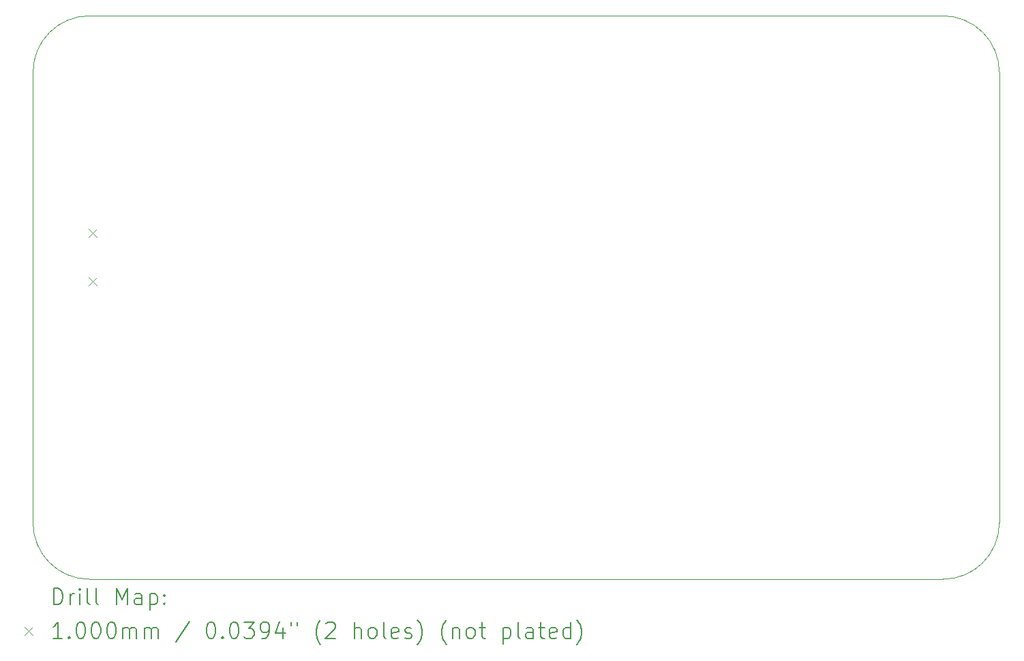
<source format=gbr>
%TF.GenerationSoftware,KiCad,Pcbnew,8.0.4*%
%TF.CreationDate,2024-08-09T15:48:06+02:00*%
%TF.ProjectId,ELE0124CL_power_boost,454c4530-3132-4344-934c-5f706f776572,1.0*%
%TF.SameCoordinates,Original*%
%TF.FileFunction,Drillmap*%
%TF.FilePolarity,Positive*%
%FSLAX45Y45*%
G04 Gerber Fmt 4.5, Leading zero omitted, Abs format (unit mm)*
G04 Created by KiCad (PCBNEW 8.0.4) date 2024-08-09 15:48:06*
%MOMM*%
%LPD*%
G01*
G04 APERTURE LIST*
%ADD10C,0.050000*%
%ADD11C,0.200000*%
%ADD12C,0.100000*%
G04 APERTURE END LIST*
D10*
X7700000Y-13000000D02*
G75*
G02*
X7000000Y-12300000I0J700000D01*
G01*
X7000000Y-6700000D02*
X7000000Y-12300000D01*
X7700000Y-13000000D02*
X18300000Y-13000000D01*
X18300000Y-6000000D02*
X7700000Y-6000000D01*
X18300000Y-6000000D02*
G75*
G02*
X19000000Y-6700000I0J-700000D01*
G01*
X19000000Y-12300000D02*
G75*
G02*
X18300000Y-13000000I-700000J0D01*
G01*
X7000000Y-6700000D02*
G75*
G02*
X7700000Y-6000000I700000J0D01*
G01*
X19000000Y-12300000D02*
X19000000Y-6700000D01*
D11*
D12*
X7694000Y-8650000D02*
X7794000Y-8750000D01*
X7794000Y-8650000D02*
X7694000Y-8750000D01*
X7694000Y-9250000D02*
X7794000Y-9350000D01*
X7794000Y-9250000D02*
X7694000Y-9350000D01*
D11*
X7258277Y-13313984D02*
X7258277Y-13113984D01*
X7258277Y-13113984D02*
X7305896Y-13113984D01*
X7305896Y-13113984D02*
X7334467Y-13123508D01*
X7334467Y-13123508D02*
X7353515Y-13142555D01*
X7353515Y-13142555D02*
X7363039Y-13161603D01*
X7363039Y-13161603D02*
X7372562Y-13199698D01*
X7372562Y-13199698D02*
X7372562Y-13228269D01*
X7372562Y-13228269D02*
X7363039Y-13266365D01*
X7363039Y-13266365D02*
X7353515Y-13285412D01*
X7353515Y-13285412D02*
X7334467Y-13304460D01*
X7334467Y-13304460D02*
X7305896Y-13313984D01*
X7305896Y-13313984D02*
X7258277Y-13313984D01*
X7458277Y-13313984D02*
X7458277Y-13180650D01*
X7458277Y-13218746D02*
X7467801Y-13199698D01*
X7467801Y-13199698D02*
X7477324Y-13190174D01*
X7477324Y-13190174D02*
X7496372Y-13180650D01*
X7496372Y-13180650D02*
X7515420Y-13180650D01*
X7582086Y-13313984D02*
X7582086Y-13180650D01*
X7582086Y-13113984D02*
X7572562Y-13123508D01*
X7572562Y-13123508D02*
X7582086Y-13133031D01*
X7582086Y-13133031D02*
X7591610Y-13123508D01*
X7591610Y-13123508D02*
X7582086Y-13113984D01*
X7582086Y-13113984D02*
X7582086Y-13133031D01*
X7705896Y-13313984D02*
X7686848Y-13304460D01*
X7686848Y-13304460D02*
X7677324Y-13285412D01*
X7677324Y-13285412D02*
X7677324Y-13113984D01*
X7810658Y-13313984D02*
X7791610Y-13304460D01*
X7791610Y-13304460D02*
X7782086Y-13285412D01*
X7782086Y-13285412D02*
X7782086Y-13113984D01*
X8039229Y-13313984D02*
X8039229Y-13113984D01*
X8039229Y-13113984D02*
X8105896Y-13256841D01*
X8105896Y-13256841D02*
X8172562Y-13113984D01*
X8172562Y-13113984D02*
X8172562Y-13313984D01*
X8353515Y-13313984D02*
X8353515Y-13209222D01*
X8353515Y-13209222D02*
X8343991Y-13190174D01*
X8343991Y-13190174D02*
X8324943Y-13180650D01*
X8324943Y-13180650D02*
X8286848Y-13180650D01*
X8286848Y-13180650D02*
X8267801Y-13190174D01*
X8353515Y-13304460D02*
X8334467Y-13313984D01*
X8334467Y-13313984D02*
X8286848Y-13313984D01*
X8286848Y-13313984D02*
X8267801Y-13304460D01*
X8267801Y-13304460D02*
X8258277Y-13285412D01*
X8258277Y-13285412D02*
X8258277Y-13266365D01*
X8258277Y-13266365D02*
X8267801Y-13247317D01*
X8267801Y-13247317D02*
X8286848Y-13237793D01*
X8286848Y-13237793D02*
X8334467Y-13237793D01*
X8334467Y-13237793D02*
X8353515Y-13228269D01*
X8448753Y-13180650D02*
X8448753Y-13380650D01*
X8448753Y-13190174D02*
X8467801Y-13180650D01*
X8467801Y-13180650D02*
X8505896Y-13180650D01*
X8505896Y-13180650D02*
X8524944Y-13190174D01*
X8524944Y-13190174D02*
X8534467Y-13199698D01*
X8534467Y-13199698D02*
X8543991Y-13218746D01*
X8543991Y-13218746D02*
X8543991Y-13275888D01*
X8543991Y-13275888D02*
X8534467Y-13294936D01*
X8534467Y-13294936D02*
X8524944Y-13304460D01*
X8524944Y-13304460D02*
X8505896Y-13313984D01*
X8505896Y-13313984D02*
X8467801Y-13313984D01*
X8467801Y-13313984D02*
X8448753Y-13304460D01*
X8629705Y-13294936D02*
X8639229Y-13304460D01*
X8639229Y-13304460D02*
X8629705Y-13313984D01*
X8629705Y-13313984D02*
X8620182Y-13304460D01*
X8620182Y-13304460D02*
X8629705Y-13294936D01*
X8629705Y-13294936D02*
X8629705Y-13313984D01*
X8629705Y-13190174D02*
X8639229Y-13199698D01*
X8639229Y-13199698D02*
X8629705Y-13209222D01*
X8629705Y-13209222D02*
X8620182Y-13199698D01*
X8620182Y-13199698D02*
X8629705Y-13190174D01*
X8629705Y-13190174D02*
X8629705Y-13209222D01*
D12*
X6897500Y-13592500D02*
X6997500Y-13692500D01*
X6997500Y-13592500D02*
X6897500Y-13692500D01*
D11*
X7363039Y-13733984D02*
X7248753Y-13733984D01*
X7305896Y-13733984D02*
X7305896Y-13533984D01*
X7305896Y-13533984D02*
X7286848Y-13562555D01*
X7286848Y-13562555D02*
X7267801Y-13581603D01*
X7267801Y-13581603D02*
X7248753Y-13591127D01*
X7448753Y-13714936D02*
X7458277Y-13724460D01*
X7458277Y-13724460D02*
X7448753Y-13733984D01*
X7448753Y-13733984D02*
X7439229Y-13724460D01*
X7439229Y-13724460D02*
X7448753Y-13714936D01*
X7448753Y-13714936D02*
X7448753Y-13733984D01*
X7582086Y-13533984D02*
X7601134Y-13533984D01*
X7601134Y-13533984D02*
X7620182Y-13543508D01*
X7620182Y-13543508D02*
X7629705Y-13553031D01*
X7629705Y-13553031D02*
X7639229Y-13572079D01*
X7639229Y-13572079D02*
X7648753Y-13610174D01*
X7648753Y-13610174D02*
X7648753Y-13657793D01*
X7648753Y-13657793D02*
X7639229Y-13695888D01*
X7639229Y-13695888D02*
X7629705Y-13714936D01*
X7629705Y-13714936D02*
X7620182Y-13724460D01*
X7620182Y-13724460D02*
X7601134Y-13733984D01*
X7601134Y-13733984D02*
X7582086Y-13733984D01*
X7582086Y-13733984D02*
X7563039Y-13724460D01*
X7563039Y-13724460D02*
X7553515Y-13714936D01*
X7553515Y-13714936D02*
X7543991Y-13695888D01*
X7543991Y-13695888D02*
X7534467Y-13657793D01*
X7534467Y-13657793D02*
X7534467Y-13610174D01*
X7534467Y-13610174D02*
X7543991Y-13572079D01*
X7543991Y-13572079D02*
X7553515Y-13553031D01*
X7553515Y-13553031D02*
X7563039Y-13543508D01*
X7563039Y-13543508D02*
X7582086Y-13533984D01*
X7772562Y-13533984D02*
X7791610Y-13533984D01*
X7791610Y-13533984D02*
X7810658Y-13543508D01*
X7810658Y-13543508D02*
X7820182Y-13553031D01*
X7820182Y-13553031D02*
X7829705Y-13572079D01*
X7829705Y-13572079D02*
X7839229Y-13610174D01*
X7839229Y-13610174D02*
X7839229Y-13657793D01*
X7839229Y-13657793D02*
X7829705Y-13695888D01*
X7829705Y-13695888D02*
X7820182Y-13714936D01*
X7820182Y-13714936D02*
X7810658Y-13724460D01*
X7810658Y-13724460D02*
X7791610Y-13733984D01*
X7791610Y-13733984D02*
X7772562Y-13733984D01*
X7772562Y-13733984D02*
X7753515Y-13724460D01*
X7753515Y-13724460D02*
X7743991Y-13714936D01*
X7743991Y-13714936D02*
X7734467Y-13695888D01*
X7734467Y-13695888D02*
X7724943Y-13657793D01*
X7724943Y-13657793D02*
X7724943Y-13610174D01*
X7724943Y-13610174D02*
X7734467Y-13572079D01*
X7734467Y-13572079D02*
X7743991Y-13553031D01*
X7743991Y-13553031D02*
X7753515Y-13543508D01*
X7753515Y-13543508D02*
X7772562Y-13533984D01*
X7963039Y-13533984D02*
X7982086Y-13533984D01*
X7982086Y-13533984D02*
X8001134Y-13543508D01*
X8001134Y-13543508D02*
X8010658Y-13553031D01*
X8010658Y-13553031D02*
X8020182Y-13572079D01*
X8020182Y-13572079D02*
X8029705Y-13610174D01*
X8029705Y-13610174D02*
X8029705Y-13657793D01*
X8029705Y-13657793D02*
X8020182Y-13695888D01*
X8020182Y-13695888D02*
X8010658Y-13714936D01*
X8010658Y-13714936D02*
X8001134Y-13724460D01*
X8001134Y-13724460D02*
X7982086Y-13733984D01*
X7982086Y-13733984D02*
X7963039Y-13733984D01*
X7963039Y-13733984D02*
X7943991Y-13724460D01*
X7943991Y-13724460D02*
X7934467Y-13714936D01*
X7934467Y-13714936D02*
X7924943Y-13695888D01*
X7924943Y-13695888D02*
X7915420Y-13657793D01*
X7915420Y-13657793D02*
X7915420Y-13610174D01*
X7915420Y-13610174D02*
X7924943Y-13572079D01*
X7924943Y-13572079D02*
X7934467Y-13553031D01*
X7934467Y-13553031D02*
X7943991Y-13543508D01*
X7943991Y-13543508D02*
X7963039Y-13533984D01*
X8115420Y-13733984D02*
X8115420Y-13600650D01*
X8115420Y-13619698D02*
X8124943Y-13610174D01*
X8124943Y-13610174D02*
X8143991Y-13600650D01*
X8143991Y-13600650D02*
X8172563Y-13600650D01*
X8172563Y-13600650D02*
X8191610Y-13610174D01*
X8191610Y-13610174D02*
X8201134Y-13629222D01*
X8201134Y-13629222D02*
X8201134Y-13733984D01*
X8201134Y-13629222D02*
X8210658Y-13610174D01*
X8210658Y-13610174D02*
X8229705Y-13600650D01*
X8229705Y-13600650D02*
X8258277Y-13600650D01*
X8258277Y-13600650D02*
X8277324Y-13610174D01*
X8277324Y-13610174D02*
X8286848Y-13629222D01*
X8286848Y-13629222D02*
X8286848Y-13733984D01*
X8382086Y-13733984D02*
X8382086Y-13600650D01*
X8382086Y-13619698D02*
X8391610Y-13610174D01*
X8391610Y-13610174D02*
X8410658Y-13600650D01*
X8410658Y-13600650D02*
X8439229Y-13600650D01*
X8439229Y-13600650D02*
X8458277Y-13610174D01*
X8458277Y-13610174D02*
X8467801Y-13629222D01*
X8467801Y-13629222D02*
X8467801Y-13733984D01*
X8467801Y-13629222D02*
X8477325Y-13610174D01*
X8477325Y-13610174D02*
X8496372Y-13600650D01*
X8496372Y-13600650D02*
X8524944Y-13600650D01*
X8524944Y-13600650D02*
X8543991Y-13610174D01*
X8543991Y-13610174D02*
X8553515Y-13629222D01*
X8553515Y-13629222D02*
X8553515Y-13733984D01*
X8943991Y-13524460D02*
X8772563Y-13781603D01*
X9201134Y-13533984D02*
X9220182Y-13533984D01*
X9220182Y-13533984D02*
X9239229Y-13543508D01*
X9239229Y-13543508D02*
X9248753Y-13553031D01*
X9248753Y-13553031D02*
X9258277Y-13572079D01*
X9258277Y-13572079D02*
X9267801Y-13610174D01*
X9267801Y-13610174D02*
X9267801Y-13657793D01*
X9267801Y-13657793D02*
X9258277Y-13695888D01*
X9258277Y-13695888D02*
X9248753Y-13714936D01*
X9248753Y-13714936D02*
X9239229Y-13724460D01*
X9239229Y-13724460D02*
X9220182Y-13733984D01*
X9220182Y-13733984D02*
X9201134Y-13733984D01*
X9201134Y-13733984D02*
X9182087Y-13724460D01*
X9182087Y-13724460D02*
X9172563Y-13714936D01*
X9172563Y-13714936D02*
X9163039Y-13695888D01*
X9163039Y-13695888D02*
X9153515Y-13657793D01*
X9153515Y-13657793D02*
X9153515Y-13610174D01*
X9153515Y-13610174D02*
X9163039Y-13572079D01*
X9163039Y-13572079D02*
X9172563Y-13553031D01*
X9172563Y-13553031D02*
X9182087Y-13543508D01*
X9182087Y-13543508D02*
X9201134Y-13533984D01*
X9353515Y-13714936D02*
X9363039Y-13724460D01*
X9363039Y-13724460D02*
X9353515Y-13733984D01*
X9353515Y-13733984D02*
X9343991Y-13724460D01*
X9343991Y-13724460D02*
X9353515Y-13714936D01*
X9353515Y-13714936D02*
X9353515Y-13733984D01*
X9486848Y-13533984D02*
X9505896Y-13533984D01*
X9505896Y-13533984D02*
X9524944Y-13543508D01*
X9524944Y-13543508D02*
X9534468Y-13553031D01*
X9534468Y-13553031D02*
X9543991Y-13572079D01*
X9543991Y-13572079D02*
X9553515Y-13610174D01*
X9553515Y-13610174D02*
X9553515Y-13657793D01*
X9553515Y-13657793D02*
X9543991Y-13695888D01*
X9543991Y-13695888D02*
X9534468Y-13714936D01*
X9534468Y-13714936D02*
X9524944Y-13724460D01*
X9524944Y-13724460D02*
X9505896Y-13733984D01*
X9505896Y-13733984D02*
X9486848Y-13733984D01*
X9486848Y-13733984D02*
X9467801Y-13724460D01*
X9467801Y-13724460D02*
X9458277Y-13714936D01*
X9458277Y-13714936D02*
X9448753Y-13695888D01*
X9448753Y-13695888D02*
X9439229Y-13657793D01*
X9439229Y-13657793D02*
X9439229Y-13610174D01*
X9439229Y-13610174D02*
X9448753Y-13572079D01*
X9448753Y-13572079D02*
X9458277Y-13553031D01*
X9458277Y-13553031D02*
X9467801Y-13543508D01*
X9467801Y-13543508D02*
X9486848Y-13533984D01*
X9620182Y-13533984D02*
X9743991Y-13533984D01*
X9743991Y-13533984D02*
X9677325Y-13610174D01*
X9677325Y-13610174D02*
X9705896Y-13610174D01*
X9705896Y-13610174D02*
X9724944Y-13619698D01*
X9724944Y-13619698D02*
X9734468Y-13629222D01*
X9734468Y-13629222D02*
X9743991Y-13648269D01*
X9743991Y-13648269D02*
X9743991Y-13695888D01*
X9743991Y-13695888D02*
X9734468Y-13714936D01*
X9734468Y-13714936D02*
X9724944Y-13724460D01*
X9724944Y-13724460D02*
X9705896Y-13733984D01*
X9705896Y-13733984D02*
X9648753Y-13733984D01*
X9648753Y-13733984D02*
X9629706Y-13724460D01*
X9629706Y-13724460D02*
X9620182Y-13714936D01*
X9839229Y-13733984D02*
X9877325Y-13733984D01*
X9877325Y-13733984D02*
X9896372Y-13724460D01*
X9896372Y-13724460D02*
X9905896Y-13714936D01*
X9905896Y-13714936D02*
X9924944Y-13686365D01*
X9924944Y-13686365D02*
X9934468Y-13648269D01*
X9934468Y-13648269D02*
X9934468Y-13572079D01*
X9934468Y-13572079D02*
X9924944Y-13553031D01*
X9924944Y-13553031D02*
X9915420Y-13543508D01*
X9915420Y-13543508D02*
X9896372Y-13533984D01*
X9896372Y-13533984D02*
X9858277Y-13533984D01*
X9858277Y-13533984D02*
X9839229Y-13543508D01*
X9839229Y-13543508D02*
X9829706Y-13553031D01*
X9829706Y-13553031D02*
X9820182Y-13572079D01*
X9820182Y-13572079D02*
X9820182Y-13619698D01*
X9820182Y-13619698D02*
X9829706Y-13638746D01*
X9829706Y-13638746D02*
X9839229Y-13648269D01*
X9839229Y-13648269D02*
X9858277Y-13657793D01*
X9858277Y-13657793D02*
X9896372Y-13657793D01*
X9896372Y-13657793D02*
X9915420Y-13648269D01*
X9915420Y-13648269D02*
X9924944Y-13638746D01*
X9924944Y-13638746D02*
X9934468Y-13619698D01*
X10105896Y-13600650D02*
X10105896Y-13733984D01*
X10058277Y-13524460D02*
X10010658Y-13667317D01*
X10010658Y-13667317D02*
X10134468Y-13667317D01*
X10201134Y-13533984D02*
X10201134Y-13572079D01*
X10277325Y-13533984D02*
X10277325Y-13572079D01*
X10572563Y-13810174D02*
X10563039Y-13800650D01*
X10563039Y-13800650D02*
X10543991Y-13772079D01*
X10543991Y-13772079D02*
X10534468Y-13753031D01*
X10534468Y-13753031D02*
X10524944Y-13724460D01*
X10524944Y-13724460D02*
X10515420Y-13676841D01*
X10515420Y-13676841D02*
X10515420Y-13638746D01*
X10515420Y-13638746D02*
X10524944Y-13591127D01*
X10524944Y-13591127D02*
X10534468Y-13562555D01*
X10534468Y-13562555D02*
X10543991Y-13543508D01*
X10543991Y-13543508D02*
X10563039Y-13514936D01*
X10563039Y-13514936D02*
X10572563Y-13505412D01*
X10639230Y-13553031D02*
X10648753Y-13543508D01*
X10648753Y-13543508D02*
X10667801Y-13533984D01*
X10667801Y-13533984D02*
X10715420Y-13533984D01*
X10715420Y-13533984D02*
X10734468Y-13543508D01*
X10734468Y-13543508D02*
X10743991Y-13553031D01*
X10743991Y-13553031D02*
X10753515Y-13572079D01*
X10753515Y-13572079D02*
X10753515Y-13591127D01*
X10753515Y-13591127D02*
X10743991Y-13619698D01*
X10743991Y-13619698D02*
X10629706Y-13733984D01*
X10629706Y-13733984D02*
X10753515Y-13733984D01*
X10991611Y-13733984D02*
X10991611Y-13533984D01*
X11077325Y-13733984D02*
X11077325Y-13629222D01*
X11077325Y-13629222D02*
X11067801Y-13610174D01*
X11067801Y-13610174D02*
X11048753Y-13600650D01*
X11048753Y-13600650D02*
X11020182Y-13600650D01*
X11020182Y-13600650D02*
X11001134Y-13610174D01*
X11001134Y-13610174D02*
X10991611Y-13619698D01*
X11201134Y-13733984D02*
X11182087Y-13724460D01*
X11182087Y-13724460D02*
X11172563Y-13714936D01*
X11172563Y-13714936D02*
X11163039Y-13695888D01*
X11163039Y-13695888D02*
X11163039Y-13638746D01*
X11163039Y-13638746D02*
X11172563Y-13619698D01*
X11172563Y-13619698D02*
X11182087Y-13610174D01*
X11182087Y-13610174D02*
X11201134Y-13600650D01*
X11201134Y-13600650D02*
X11229706Y-13600650D01*
X11229706Y-13600650D02*
X11248753Y-13610174D01*
X11248753Y-13610174D02*
X11258277Y-13619698D01*
X11258277Y-13619698D02*
X11267801Y-13638746D01*
X11267801Y-13638746D02*
X11267801Y-13695888D01*
X11267801Y-13695888D02*
X11258277Y-13714936D01*
X11258277Y-13714936D02*
X11248753Y-13724460D01*
X11248753Y-13724460D02*
X11229706Y-13733984D01*
X11229706Y-13733984D02*
X11201134Y-13733984D01*
X11382087Y-13733984D02*
X11363039Y-13724460D01*
X11363039Y-13724460D02*
X11353515Y-13705412D01*
X11353515Y-13705412D02*
X11353515Y-13533984D01*
X11534468Y-13724460D02*
X11515420Y-13733984D01*
X11515420Y-13733984D02*
X11477325Y-13733984D01*
X11477325Y-13733984D02*
X11458277Y-13724460D01*
X11458277Y-13724460D02*
X11448753Y-13705412D01*
X11448753Y-13705412D02*
X11448753Y-13629222D01*
X11448753Y-13629222D02*
X11458277Y-13610174D01*
X11458277Y-13610174D02*
X11477325Y-13600650D01*
X11477325Y-13600650D02*
X11515420Y-13600650D01*
X11515420Y-13600650D02*
X11534468Y-13610174D01*
X11534468Y-13610174D02*
X11543991Y-13629222D01*
X11543991Y-13629222D02*
X11543991Y-13648269D01*
X11543991Y-13648269D02*
X11448753Y-13667317D01*
X11620182Y-13724460D02*
X11639230Y-13733984D01*
X11639230Y-13733984D02*
X11677325Y-13733984D01*
X11677325Y-13733984D02*
X11696372Y-13724460D01*
X11696372Y-13724460D02*
X11705896Y-13705412D01*
X11705896Y-13705412D02*
X11705896Y-13695888D01*
X11705896Y-13695888D02*
X11696372Y-13676841D01*
X11696372Y-13676841D02*
X11677325Y-13667317D01*
X11677325Y-13667317D02*
X11648753Y-13667317D01*
X11648753Y-13667317D02*
X11629706Y-13657793D01*
X11629706Y-13657793D02*
X11620182Y-13638746D01*
X11620182Y-13638746D02*
X11620182Y-13629222D01*
X11620182Y-13629222D02*
X11629706Y-13610174D01*
X11629706Y-13610174D02*
X11648753Y-13600650D01*
X11648753Y-13600650D02*
X11677325Y-13600650D01*
X11677325Y-13600650D02*
X11696372Y-13610174D01*
X11772563Y-13810174D02*
X11782087Y-13800650D01*
X11782087Y-13800650D02*
X11801134Y-13772079D01*
X11801134Y-13772079D02*
X11810658Y-13753031D01*
X11810658Y-13753031D02*
X11820182Y-13724460D01*
X11820182Y-13724460D02*
X11829706Y-13676841D01*
X11829706Y-13676841D02*
X11829706Y-13638746D01*
X11829706Y-13638746D02*
X11820182Y-13591127D01*
X11820182Y-13591127D02*
X11810658Y-13562555D01*
X11810658Y-13562555D02*
X11801134Y-13543508D01*
X11801134Y-13543508D02*
X11782087Y-13514936D01*
X11782087Y-13514936D02*
X11772563Y-13505412D01*
X12134468Y-13810174D02*
X12124944Y-13800650D01*
X12124944Y-13800650D02*
X12105896Y-13772079D01*
X12105896Y-13772079D02*
X12096372Y-13753031D01*
X12096372Y-13753031D02*
X12086849Y-13724460D01*
X12086849Y-13724460D02*
X12077325Y-13676841D01*
X12077325Y-13676841D02*
X12077325Y-13638746D01*
X12077325Y-13638746D02*
X12086849Y-13591127D01*
X12086849Y-13591127D02*
X12096372Y-13562555D01*
X12096372Y-13562555D02*
X12105896Y-13543508D01*
X12105896Y-13543508D02*
X12124944Y-13514936D01*
X12124944Y-13514936D02*
X12134468Y-13505412D01*
X12210658Y-13600650D02*
X12210658Y-13733984D01*
X12210658Y-13619698D02*
X12220182Y-13610174D01*
X12220182Y-13610174D02*
X12239230Y-13600650D01*
X12239230Y-13600650D02*
X12267801Y-13600650D01*
X12267801Y-13600650D02*
X12286849Y-13610174D01*
X12286849Y-13610174D02*
X12296372Y-13629222D01*
X12296372Y-13629222D02*
X12296372Y-13733984D01*
X12420182Y-13733984D02*
X12401134Y-13724460D01*
X12401134Y-13724460D02*
X12391611Y-13714936D01*
X12391611Y-13714936D02*
X12382087Y-13695888D01*
X12382087Y-13695888D02*
X12382087Y-13638746D01*
X12382087Y-13638746D02*
X12391611Y-13619698D01*
X12391611Y-13619698D02*
X12401134Y-13610174D01*
X12401134Y-13610174D02*
X12420182Y-13600650D01*
X12420182Y-13600650D02*
X12448753Y-13600650D01*
X12448753Y-13600650D02*
X12467801Y-13610174D01*
X12467801Y-13610174D02*
X12477325Y-13619698D01*
X12477325Y-13619698D02*
X12486849Y-13638746D01*
X12486849Y-13638746D02*
X12486849Y-13695888D01*
X12486849Y-13695888D02*
X12477325Y-13714936D01*
X12477325Y-13714936D02*
X12467801Y-13724460D01*
X12467801Y-13724460D02*
X12448753Y-13733984D01*
X12448753Y-13733984D02*
X12420182Y-13733984D01*
X12543992Y-13600650D02*
X12620182Y-13600650D01*
X12572563Y-13533984D02*
X12572563Y-13705412D01*
X12572563Y-13705412D02*
X12582087Y-13724460D01*
X12582087Y-13724460D02*
X12601134Y-13733984D01*
X12601134Y-13733984D02*
X12620182Y-13733984D01*
X12839230Y-13600650D02*
X12839230Y-13800650D01*
X12839230Y-13610174D02*
X12858277Y-13600650D01*
X12858277Y-13600650D02*
X12896373Y-13600650D01*
X12896373Y-13600650D02*
X12915420Y-13610174D01*
X12915420Y-13610174D02*
X12924944Y-13619698D01*
X12924944Y-13619698D02*
X12934468Y-13638746D01*
X12934468Y-13638746D02*
X12934468Y-13695888D01*
X12934468Y-13695888D02*
X12924944Y-13714936D01*
X12924944Y-13714936D02*
X12915420Y-13724460D01*
X12915420Y-13724460D02*
X12896373Y-13733984D01*
X12896373Y-13733984D02*
X12858277Y-13733984D01*
X12858277Y-13733984D02*
X12839230Y-13724460D01*
X13048753Y-13733984D02*
X13029706Y-13724460D01*
X13029706Y-13724460D02*
X13020182Y-13705412D01*
X13020182Y-13705412D02*
X13020182Y-13533984D01*
X13210658Y-13733984D02*
X13210658Y-13629222D01*
X13210658Y-13629222D02*
X13201134Y-13610174D01*
X13201134Y-13610174D02*
X13182087Y-13600650D01*
X13182087Y-13600650D02*
X13143992Y-13600650D01*
X13143992Y-13600650D02*
X13124944Y-13610174D01*
X13210658Y-13724460D02*
X13191611Y-13733984D01*
X13191611Y-13733984D02*
X13143992Y-13733984D01*
X13143992Y-13733984D02*
X13124944Y-13724460D01*
X13124944Y-13724460D02*
X13115420Y-13705412D01*
X13115420Y-13705412D02*
X13115420Y-13686365D01*
X13115420Y-13686365D02*
X13124944Y-13667317D01*
X13124944Y-13667317D02*
X13143992Y-13657793D01*
X13143992Y-13657793D02*
X13191611Y-13657793D01*
X13191611Y-13657793D02*
X13210658Y-13648269D01*
X13277325Y-13600650D02*
X13353515Y-13600650D01*
X13305896Y-13533984D02*
X13305896Y-13705412D01*
X13305896Y-13705412D02*
X13315420Y-13724460D01*
X13315420Y-13724460D02*
X13334468Y-13733984D01*
X13334468Y-13733984D02*
X13353515Y-13733984D01*
X13496373Y-13724460D02*
X13477325Y-13733984D01*
X13477325Y-13733984D02*
X13439230Y-13733984D01*
X13439230Y-13733984D02*
X13420182Y-13724460D01*
X13420182Y-13724460D02*
X13410658Y-13705412D01*
X13410658Y-13705412D02*
X13410658Y-13629222D01*
X13410658Y-13629222D02*
X13420182Y-13610174D01*
X13420182Y-13610174D02*
X13439230Y-13600650D01*
X13439230Y-13600650D02*
X13477325Y-13600650D01*
X13477325Y-13600650D02*
X13496373Y-13610174D01*
X13496373Y-13610174D02*
X13505896Y-13629222D01*
X13505896Y-13629222D02*
X13505896Y-13648269D01*
X13505896Y-13648269D02*
X13410658Y-13667317D01*
X13677325Y-13733984D02*
X13677325Y-13533984D01*
X13677325Y-13724460D02*
X13658277Y-13733984D01*
X13658277Y-13733984D02*
X13620182Y-13733984D01*
X13620182Y-13733984D02*
X13601134Y-13724460D01*
X13601134Y-13724460D02*
X13591611Y-13714936D01*
X13591611Y-13714936D02*
X13582087Y-13695888D01*
X13582087Y-13695888D02*
X13582087Y-13638746D01*
X13582087Y-13638746D02*
X13591611Y-13619698D01*
X13591611Y-13619698D02*
X13601134Y-13610174D01*
X13601134Y-13610174D02*
X13620182Y-13600650D01*
X13620182Y-13600650D02*
X13658277Y-13600650D01*
X13658277Y-13600650D02*
X13677325Y-13610174D01*
X13753515Y-13810174D02*
X13763039Y-13800650D01*
X13763039Y-13800650D02*
X13782087Y-13772079D01*
X13782087Y-13772079D02*
X13791611Y-13753031D01*
X13791611Y-13753031D02*
X13801134Y-13724460D01*
X13801134Y-13724460D02*
X13810658Y-13676841D01*
X13810658Y-13676841D02*
X13810658Y-13638746D01*
X13810658Y-13638746D02*
X13801134Y-13591127D01*
X13801134Y-13591127D02*
X13791611Y-13562555D01*
X13791611Y-13562555D02*
X13782087Y-13543508D01*
X13782087Y-13543508D02*
X13763039Y-13514936D01*
X13763039Y-13514936D02*
X13753515Y-13505412D01*
M02*

</source>
